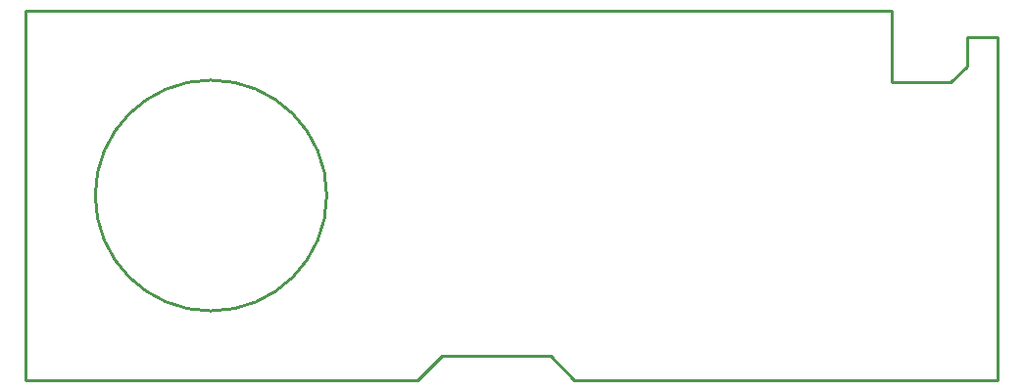
<source format=gko>
G04*
G04 #@! TF.GenerationSoftware,Altium Limited,Altium Designer,18.1.7 (191)*
G04*
G04 Layer_Color=16711935*
%FSLAX24Y24*%
%MOIN*%
G70*
G01*
G75*
%ADD11C,0.0098*%
%ADD14C,0.0100*%
D11*
X35118Y31378D02*
G03*
X35118Y31378I-3937J0D01*
G01*
X24882Y37677D02*
X37480D01*
X24882Y25079D02*
X38219D01*
X24882D02*
Y37677D01*
D14*
X38219Y25079D02*
X39045Y25906D01*
X42726D01*
X43553Y25079D01*
X57953D01*
X54331Y35236D02*
X56339D01*
X56890Y35787D01*
Y36772D01*
X57953D01*
Y35236D02*
Y36772D01*
Y25079D02*
Y35236D01*
X37480Y37677D02*
X54331D01*
Y35236D02*
Y37677D01*
M02*

</source>
